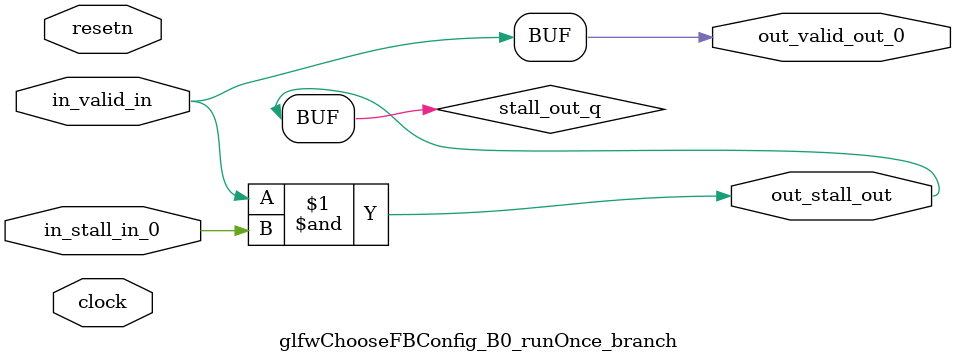
<source format=sv>



(* altera_attribute = "-name AUTO_SHIFT_REGISTER_RECOGNITION OFF; -name MESSAGE_DISABLE 10036; -name MESSAGE_DISABLE 10037; -name MESSAGE_DISABLE 14130; -name MESSAGE_DISABLE 14320; -name MESSAGE_DISABLE 15400; -name MESSAGE_DISABLE 14130; -name MESSAGE_DISABLE 10036; -name MESSAGE_DISABLE 12020; -name MESSAGE_DISABLE 12030; -name MESSAGE_DISABLE 12010; -name MESSAGE_DISABLE 12110; -name MESSAGE_DISABLE 14320; -name MESSAGE_DISABLE 13410; -name MESSAGE_DISABLE 113007; -name MESSAGE_DISABLE 10958" *)
module glfwChooseFBConfig_B0_runOnce_branch (
    input wire [0:0] in_stall_in_0,
    input wire [0:0] in_valid_in,
    output wire [0:0] out_stall_out,
    output wire [0:0] out_valid_out_0,
    input wire clock,
    input wire resetn
    );

    wire [0:0] stall_out_q;


    // stall_out(LOGICAL,6)
    assign stall_out_q = in_valid_in & in_stall_in_0;

    // out_stall_out(GPOUT,4)
    assign out_stall_out = stall_out_q;

    // out_valid_out_0(GPOUT,5)
    assign out_valid_out_0 = in_valid_in;

endmodule

</source>
